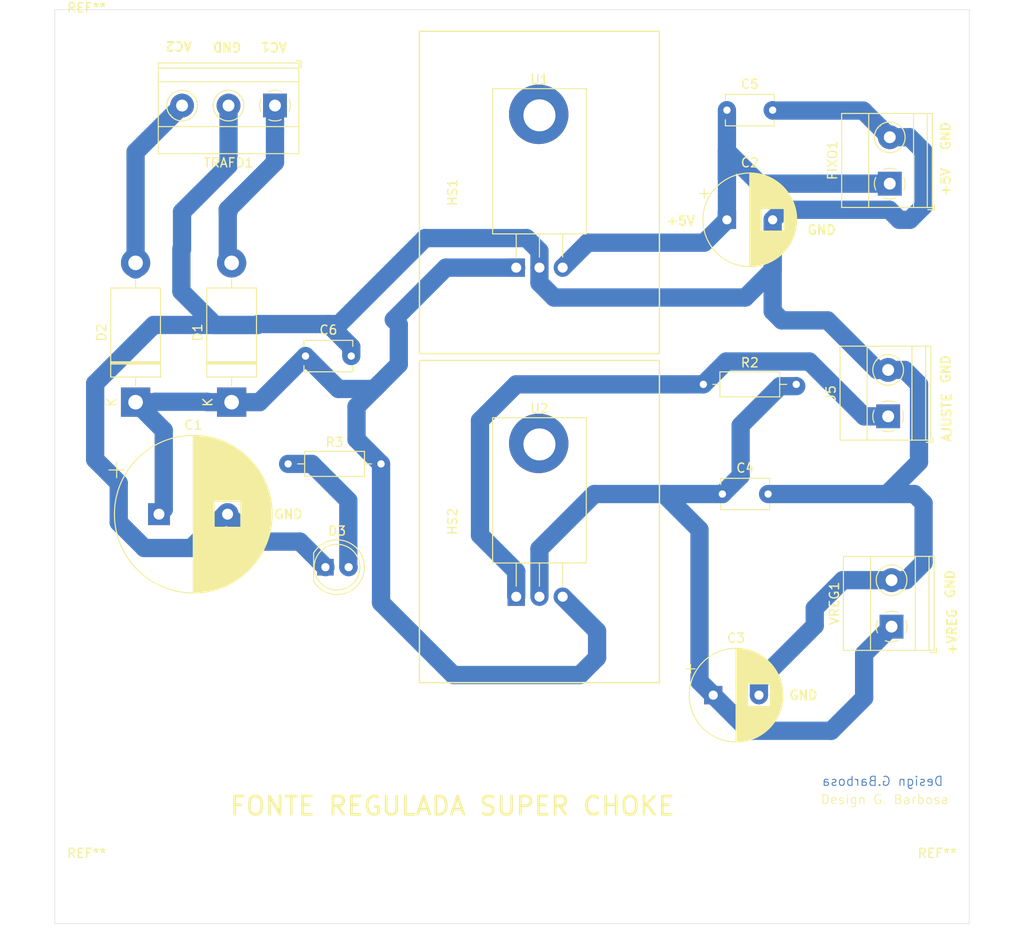
<source format=kicad_pcb>
(kicad_pcb (version 20240108) (generator "pcbnew") (generator_version "8.0")
  (layers (0 "F.Cu" signal) (31 "B.Cu" signal) (34 "B.Paste" user) (35 "F.Paste" user) (36 "B.SilkS" user "B.Silkscreen") (37 "F.SilkS" user "F.Silkscreen") (38 "B.Mask" user) (39 "F.Mask" user) (44 "Edge.Cuts" user))
  (net 0 "")
  (net 1 "GND")
  (net 2 "Net-(D1-K)")
  (net 3 "/+5V")
  (net 4 "/+Vadj")
  (net 5 "Net-(D1-A)")
  (net 6 "Net-(D2-A)")
  (net 7 "Net-(D3-A)")
  (net 8 "Net-(J5-Pin_1)")
  (footprint "Heatsink:Heatsink_35x26mm_1xFixation3mm_Fischer-SK486-35" (layer "F.Cu") (at 203.42 61.46 90)
    (property "Reference" "HS1" (at -8.54 -9.42 90) (layer "F.SilkS"))
    (property "Value" "Heatsink")
    (pad "1" thru_hole circle (at 0 0 90) (size 6.49732 6.49732) (drill 3.0988) (layers "*.Cu" "*.Mask"))
  )
  (footprint "Heatsink:Heatsink_35x26mm_1xFixation3mm_Fischer-SK486-35" (layer "F.Cu") (at 203.42 97.46 90)
    (property "Reference" "HS2" (at -8.54 -9.42 90) (layer "F.SilkS"))
    (property "Value" "Heatsink")
    (pad "1" thru_hole circle (at 0 0 90) (size 6.49732 6.49732) (drill 3.0988) (layers "*.Cu" "*.Mask"))
  )
  (footprint "Resistor_THT:R_Axial_DIN0207_L6.3mm_D2.5mm_P10.16mm_Horizontal" (layer "F.Cu") (at 176.02 99.7)
    (property "Reference" "R3" (at 5.08 -2.37 0) (layer "F.SilkS"))
    (property "Value" "1k2")
    (pad "1" thru_hole circle (at 0 0) (size 1.6 1.6) (drill 0.8) (layers "*.Cu" "*.Mask") (net 7 "Net-(D3-A)"))
    (pad "2" thru_hole oval (at 10.16 0) (size 1.6 1.6) (drill 0.8) (layers "*.Cu" "*.Mask") (net 2 "Net-(D1-K)"))
  )
  (footprint "Capacitor_THT:C_Disc_D5.1mm_W3.2mm_P5.00mm" (layer "F.Cu") (at 177.922449 87.905)
    (property "Reference" "C6" (at 2.5 -2.85 0) (layer "F.SilkS"))
    (property "Value" "100nF/50V")
    (pad "1" thru_hole circle (at 0 0) (size 1.6 1.6) (drill 0.8) (layers "*.Cu" "*.Mask") (net 2 "Net-(D1-K)"))
    (pad "2" thru_hole circle (at 5 0) (size 1.6 1.6) (drill 0.8) (layers "*.Cu" "*.Mask") (net 1 "GND"))
  )
  (footprint "TerminalBlock_Phoenix:TerminalBlock_Phoenix_MKDS-1,5-2-5.08_1x02_P5.08mm_Horizontal" (layer "F.Cu") (at 241.805 69.045 90)
    (property "Reference" "FIXO1" (at 2.54 -6.26 90) (layer "F.SilkS"))
    (property "Value" "Screw_Terminal_01x02")
    (pad "1" thru_hole rect (at 0 0 90) (size 2.6 2.6) (drill 1.3) (layers "*.Cu" "*.Mask") (net 3 "/+5V"))
    (pad "2" thru_hole circle (at 5.08 0 90) (size 2.6 2.6) (drill 1.3) (layers "*.Cu" "*.Mask") (net 1 "GND"))
  )
  (footprint "MountingHole:MountingHole_3.2mm_M3" (layer "F.Cu") (at 247 53.5)
    (property "Reference" "REF**" (hide yes))
    (property "Value" "MountingHole_3.2mm_M3" (hide yes))
    (pad "" np_thru_hole circle (at 0 0) (size 3.2 3.2) (drill 3.2) (layers "*.Cu" "*.Mask"))
  )
  (footprint "Package_TO_SOT_THT:TO-220-3_Horizontal_TabDown" (layer "F.Cu") (at 200.96 78.23)
    (property "Reference" "U1" (at 2.54 -20.58 0) (layer "F.SilkS"))
    (property "Value" "LM7805_TO220")
    (pad "" np_thru_hole oval (at 2.54 -16.66) (size 3.5 3.5) (drill 3.5) (layers "*.Cu" "*.Mask"))
    (pad "1" thru_hole rect (at 0 0) (size 1.905 2) (drill 1.1) (layers "*.Cu" "*.Mask") (net 2 "Net-(D1-K)"))
    (pad "2" thru_hole oval (at 2.54 0) (size 1.905 2) (drill 1.1) (layers "*.Cu" "*.Mask") (net 1 "GND"))
    (pad "3" thru_hole oval (at 5.08 0) (size 1.905 2) (drill 1.1) (layers "*.Cu" "*.Mask") (net 3 "/+5V"))
  )
  (footprint "TerminalBlock_Phoenix:TerminalBlock_Phoenix_MKDS-1,5-2-5.08_1x02_P5.08mm_Horizontal" (layer "F.Cu") (at 242 117.5 90)
    (property "Reference" "VREG1" (at 2.54 -6.26 90) (layer "F.SilkS"))
    (property "Value" "Screw_Terminal_01x02")
    (pad "1" thru_hole rect (at 0 0 90) (size 2.6 2.6) (drill 1.3) (layers "*.Cu" "*.Mask") (net 4 "/+Vadj"))
    (pad "2" thru_hole circle (at 5.08 0 90) (size 2.6 2.6) (drill 1.3) (layers "*.Cu" "*.Mask") (net 1 "GND"))
  )
  (footprint "MountingHole:MountingHole_3.2mm_M3" (layer "F.Cu") (at 247 146.5)
    (property "Reference" "REF**" (at 0 -4.2 0) (layer "F.SilkS"))
    (property "Value" "MountingHole_3.2mm_M3")
    (pad "" np_thru_hole circle (at 0 0) (size 3.2 3.2) (drill 3.2) (layers "*.Cu" "*.Mask"))
  )
  (footprint "LED_THT:LED_D5.0mm" (layer "F.Cu") (at 180.1 111)
    (property "Reference" "D3" (at 1.27 -3.96 0) (layer "F.SilkS"))
    (property "Value" "Vm")
    (pad "1" thru_hole rect (at 0 0) (size 1.8 1.8) (drill 0.9) (layers "*.Cu" "*.Mask") (net 1 "GND"))
    (pad "2" thru_hole circle (at 2.54 0) (size 1.8 1.8) (drill 0.9) (layers "*.Cu" "*.Mask") (net 7 "Net-(D3-A)"))
  )
  (footprint "MountingHole:MountingHole_3.2mm_M3" (layer "F.Cu") (at 154 54)
    (property "Reference" "REF**" (at 0 -4.2 0) (layer "F.SilkS"))
    (property "Value" "MountingHole_3.2mm_M3")
    (pad "" np_thru_hole circle (at 0 0) (size 3.2 3.2) (drill 3.2) (layers "*.Cu" "*.Mask"))
  )
  (footprint "Capacitor_THT:C_Disc_D5.1mm_W3.2mm_P5.00mm" (layer "F.Cu") (at 224 61)
    (property "Reference" "C5" (at 2.5 -2.85 0) (layer "F.SilkS"))
    (property "Value" "100nF/50V")
    (pad "1" thru_hole circle (at 0 0) (size 1.6 1.6) (drill 0.8) (layers "*.Cu" "*.Mask") (net 3 "/+5V"))
    (pad "2" thru_hole circle (at 5 0) (size 1.6 1.6) (drill 0.8) (layers "*.Cu" "*.Mask") (net 1 "GND"))
  )
  (footprint "TerminalBlock_Phoenix:TerminalBlock_Phoenix_MKDS-1,5-3-5.08_1x03_P5.08mm_Horizontal" (layer "F.Cu") (at 174.585 60.5 180)
    (property "Reference" "TRAFD1" (at 5.08 -6.26 0) (layer "F.SilkS"))
    (property "Value" "Screw_Terminal_01x03")
    (pad "1" thru_hole rect (at 0 0 180) (size 2.6 2.6) (drill 1.3) (layers "*.Cu" "*.Mask") (net 5 "Net-(D1-A)"))
    (pad "2" thru_hole circle (at 5.08 0 180) (size 2.6 2.6) (drill 1.3) (layers "*.Cu" "*.Mask") (net 1 "GND"))
    (pad "3" thru_hole circle (at 10.16 0 180) (size 2.6 2.6) (drill 1.3) (layers "*.Cu" "*.Mask") (net 6 "Net-(D2-A)"))
  )
  (footprint "Diode_THT:D_DO-201AD_P15.24mm_Horizontal" (layer "F.Cu") (at 159.342449 92.950101 90)
    (property "Reference" "D2" (at 7.62 -3.72 90) (layer "F.SilkS"))
    (property "Value" "1N5408")
    (fp_text user "K" (at 0 -2.6 90) (layer "F.SilkS"))
    (pad "1" thru_hole rect (at 0 0 90) (size 3.2 3.2) (drill 1.6) (layers "*.Cu" "*.Mask") (net 2 "Net-(D1-K)"))
    (pad "2" thru_hole oval (at 15.24 0 90) (size 3.2 3.2) (drill 1.6) (layers "*.Cu" "*.Mask") (net 6 "Net-(D2-A)"))
  )
  (footprint "Capacitor_THT:CP_Radial_D17.0mm_P7.50mm" (layer "F.Cu") (at 161.9 105.2)
    (property "Reference" "C1" (at 3.75 -9.75 0) (layer "F.SilkS"))
    (property "Value" "2200uF/25V")
    (pad "1" thru_hole rect (at 0 0) (size 2.4 2.4) (drill 1.2) (layers "*.Cu" "*.Mask") (net 2 "Net-(D1-K)"))
    (pad "2" thru_hole circle (at 7.5 0) (size 2.4 2.4) (drill 1.2) (layers "*.Cu" "*.Mask") (net 1 "GND"))
  )
  (footprint "Diode_THT:D_DO-201AD_P15.24mm_Horizontal" (layer "F.Cu") (at 169.842449 92.950101 90)
    (property "Reference" "D1" (at 7.62 -3.72 90) (layer "F.SilkS"))
    (property "Value" "1N5408")
    (fp_text user "K" (at 0 -2.6 90) (layer "F.SilkS"))
    (pad "1" thru_hole rect (at 0 0 90) (size 3.2 3.2) (drill 1.6) (layers "*.Cu" "*.Mask") (net 2 "Net-(D1-K)"))
    (pad "2" thru_hole oval (at 15.24 0 90) (size 3.2 3.2) (drill 1.6) (layers "*.Cu" "*.Mask") (net 5 "Net-(D1-A)"))
  )
  (footprint "TerminalBlock_Phoenix:TerminalBlock_Phoenix_MKDS-1,5-2-5.08_1x02_P5.08mm_Horizontal" (layer "F.Cu") (at 241.63 94.5 90)
    (property "Reference" "J5" (at 2.54 -6.26 90) (layer "F.SilkS"))
    (property "Value" "Screw_Terminal_01x02")
    (pad "1" thru_hole rect (at 0 0 90) (size 2.6 2.6) (drill 1.3) (layers "*.Cu" "*.Mask") (net 8 "Net-(J5-Pin_1)"))
    (pad "2" thru_hole circle (at 5.08 0 90) (size 2.6 2.6) (drill 1.3) (layers "*.Cu" "*.Mask") (net 1 "GND"))
  )
  (footprint "Resistor_THT:R_Axial_DIN0207_L6.3mm_D2.5mm_P10.16mm_Horizontal" (layer "F.Cu") (at 221.42 91)
    (property "Reference" "R2" (at 5.08 -2.37 0) (layer "F.SilkS"))
    (property "Value" "220R")
    (pad "1" thru_hole circle (at 0 0) (size 1.6 1.6) (drill 0.8) (layers "*.Cu" "*.Mask") (net 8 "Net-(J5-Pin_1)"))
    (pad "2" thru_hole oval (at 10.16 0) (size 1.6 1.6) (drill 0.8) (layers "*.Cu" "*.Mask") (net 4 "/+Vadj"))
  )
  (footprint "Capacitor_THT:CP_Radial_D10.0mm_P5.00mm" (layer "F.Cu") (at 222.5 125)
    (property "Reference" "C3" (at 2.5 -6.25 0) (layer "F.SilkS"))
    (property "Value" "1000uF/25V")
    (pad "1" thru_hole rect (at 0 0) (size 2 2) (drill 1) (layers "*.Cu" "*.Mask") (net 4 "/+Vadj"))
    (pad "2" thru_hole circle (at 5 0) (size 2 2) (drill 1) (layers "*.Cu" "*.Mask") (net 1 "GND"))
  )
  (footprint "Capacitor_THT:C_Disc_D5.1mm_W3.2mm_P5.00mm" (layer "F.Cu") (at 223.5 103)
    (property "Reference" "C4" (at 2.5 -2.85 0) (layer "F.SilkS"))
    (property "Value" "100nF/50V")
    (pad "1" thru_hole circle (at 0 0) (size 1.6 1.6) (drill 0.8) (layers "*.Cu" "*.Mask") (net 4 "/+Vadj"))
    (pad "2" thru_hole circle (at 5 0) (size 1.6 1.6) (drill 0.8) (layers "*.Cu" "*.Mask") (net 1 "GND"))
  )
  (footprint "Capacitor_THT:CP_Radial_D10.0mm_P5.00mm" (layer "F.Cu") (at 224 73)
    (property "Reference" "C2" (at 2.5 -6.25 0) (layer "F.SilkS"))
    (property "Value" "1000uF/25V")
    (pad "1" thru_hole rect (at 0 0) (size 2 2) (drill 1) (layers "*.Cu" "*.Mask") (net 3 "/+5V"))
    (pad "2" thru_hole circle (at 5 0) (size 2 2) (drill 1) (layers "*.Cu" "*.Mask") (net 1 "GND"))
  )
  (footprint "Package_TO_SOT_THT:TO-220-3_Horizontal_TabDown" (layer "F.Cu") (at 200.96 114.23)
    (property "Reference" "U2" (at 2.54 -20.58 0) (layer "F.SilkS"))
    (property "Value" "LM317_TO-220")
    (pad "" np_thru_hole oval (at 2.54 -16.66) (size 3.5 3.5) (drill 3.5) (layers "*.Cu" "*.Mask"))
    (pad "1" thru_hole rect (at 0 0) (size 1.905 2) (drill 1.1) (layers "*.Cu" "*.Mask") (net 8 "Net-(J5-Pin_1)"))
    (pad "2" thru_hole oval (at 2.54 0) (size 1.905 2) (drill 1.1) (layers "*.Cu" "*.Mask") (net 4 "/+Vadj"))
    (pad "3" thru_hole oval (at 5.08 0) (size 1.905 2) (drill 1.1) (layers "*.Cu" "*.Mask") (net 2 "Net-(D1-K)"))
  )
  (footprint "MountingHole:MountingHole_3.2mm_M3" (layer "F.Cu") (at 154 146.5)
    (property "Reference" "REF**" (at 0 -4.2 0) (layer "F.SilkS"))
    (property "Value" "MountingHole_3.2mm_M3")
    (pad "" np_thru_hole circle (at 0 0) (size 3.2 3.2) (drill 3.2) (layers "*.Cu" "*.Mask"))
  )
  (gr_rect (start 150.5 50) (end 250.5 150) (stroke (width 0.05)) (fill none) (layer "Edge.Cuts"))
  (gr_text "Design G.Barbosa " (at 247.7 135 0) (layer "B.Cu") (effects (font (size 1 1) (thickness 0.1)) (justify left bottom mirror)))
  (gr_text "GND\n" (at 174.4 105.8 0) (layer "F.SilkS") (effects (font (size 1 1) (thickness 0.2) (bold yes)) (justify left bottom)))
  (gr_text "+5V\n\n" (at 217.3 75.3 0) (layer "F.SilkS") (effects (font (size 1 1) (thickness 0.2) (bold yes)) (justify left bottom)))
  (gr_text "AC1\n" (at 176 53.5 180) (layer "F.SilkS") (effects (font (size 1 1) (thickness 0.2) (bold yes)) (justify left bottom)))
  (gr_text "AC2\n\n" (at 165.6 51.8 180) (layer "F.SilkS") (effects (font (size 1 1) (thickness 0.2) (bold yes)) (justify left bottom)))
  (gr_text "GND" (at 171 53.5 180) (layer "F.SilkS") (effects (font (size 1 1) (thickness 0.2) (bold yes)) (justify left bottom)))
  (gr_text "+5V\n" (at 248.5 70.5 90) (layer "F.SilkS") (effects (font (size 1 1) (thickness 0.2) (bold yes)) (justify left bottom)))
  (gr_text "AJUSTE\n" (at 248.6 97.4 90) (layer "F.SilkS") (effects (font (size 1 1) (thickness 0.2) (bold yes)) (justify left bottom)))
  (gr_text "GND\n" (at 230.7 125.6 0) (layer "F.SilkS") (effects (font (size 1 1) (thickness 0.2) (bold yes)) (justify left bottom)))
  (gr_text "GND\n" (at 232.7 74.7 0) (layer "F.SilkS") (effects (font (size 1 1) (thickness 0.2) (bold yes)) (justify left bottom)))
  (gr_text "+VREG\n" (at 249.2 120.7 90) (layer "F.SilkS") (effects (font (size 1 1) (thickness 0.2) (bold yes)) (justify left bottom)))
  (gr_text "Design G. Barbosa " (at 234.2 137 0) (layer "F.SilkS") (effects (font (size 1 1) (thickness 0.1)) (justify left bottom)))
  (gr_text "GND\n" (at 249 114.5 90) (layer "F.SilkS") (effects (font (size 1 1) (thickness 0.2) (bold yes)) (justify left bottom)))
  (gr_text "FONTE REGULADA SUPER CHOKE" (at 169.5 138.3 0) (layer "F.SilkS") (effects (font (size 2 2) (thickness 0.3)) (justify left bottom)))
  (gr_text "GND\n" (at 248.5 91 90) (layer "F.SilkS") (effects (font (size 1 1) (thickness 0.2) (bold yes)) (justify left bottom)))
  (gr_text "GND" (at 248.5 65.5 90) (layer "F.SilkS") (effects (font (size 1 1) (thickness 0.2) (bold yes)) (justify left bottom)))
  (segment (start 168.017449 84.5) (end 172.67255 84.5) (width 2) (layer "B.Cu") (net 1))
  (segment (start 202.0825 75) (end 203.5 76.4175) (width 2) (layer "B.Cu") (net 1))
  (segment (start 227.5 125) (end 227.5 123.5) (width 2) (layer "B.Cu") (net 1))
  (segment (start 191 75) (end 202.0825 75) (width 2) (layer "B.Cu") (net 1))
  (segment (start 243.42 89.42) (end 241.63 89.42) (width 2) (layer "B.Cu") (net 1))
  (segment (start 157.5 101.8) (end 154.922449 99.222449) (width 2) (layer "B.Cu") (net 1))
  (segment (start 245.5 110.5) (end 245.5 104) (width 2) (layer "B.Cu") (net 1))
  (segment (start 245.5 71.5) (end 245.5 65.5) (width 2) (layer "B.Cu") (net 1))
  (segment (start 172.67255 84.5) (end 172.76755 84.405) (width 2) (layer "B.Cu") (net 1))
  (segment (start 161.327449 84.5) (end 172.67255 84.5) (width 2) (layer "B.Cu") (net 1))
  (segment (start 227.5 123.5) (end 233.6 117.4) (width 2) (layer "B.Cu") (net 1))
  (segment (start 164.347449 80.83) (end 168.017449 84.5) (width 2) (layer "B.Cu") (net 1))
  (segment (start 244 73) (end 245.5 71.5) (width 2) (layer "B.Cu") (net 1))
  (segment (start 180.422449 84.405) (end 181.595 84.405) (width 2) (layer "B.Cu") (net 1))
  (segment (start 241.63 89.42) (end 240.42 89.42) (width 2) (layer "B.Cu") (net 1))
  (segment (start 238.885 61.045) (end 241.805 63.965) (width 2) (layer "B.Cu") (net 1))
  (segment (start 245.5 104) (end 244.5 103) (width 2) (layer "B.Cu") (net 1))
  (segment (start 180.1 111) (end 177.3 108.2) (width 2) (layer "B.Cu") (net 1))
  (segment (start 229 74.66) (end 229 73) (width 2) (layer "B.Cu") (net 1))
  (segment (start 233.6 117.4) (end 233.6 115.5) (width 2) (layer "B.Cu") (net 1))
  (segment (start 245 99.5) (end 245 91) (width 2) (layer "B.Cu") (net 1))
  (segment (start 241.5 103) (end 245 99.5) (width 2) (layer "B.Cu") (net 1))
  (segment (start 242 112.42) (end 243.58 112.42) (width 2) (layer "B.Cu") (net 1))
  (segment (start 229.045 61.045) (end 238.885 61.045) (width 2) (layer "B.Cu") (net 1))
  (segment (start 181.595 84.405) (end 191 75) (width 2) (layer "B.Cu") (net 1))
  (segment (start 172.76755 84.405) (end 180.422449 84.405) (width 2) (layer "B.Cu") (net 1))
  (segment (start 164.422449 72.135101) (end 169.505 67.05255) (width 2) (layer "B.Cu") (net 1))
  (segment (start 233.6 115.5) (end 236.68 112.42) (width 2) (layer "B.Cu") (net 1))
  (segment (start 229 83) (end 229 74.66) (width 2) (layer "B.Cu") (net 1))
  (segment (start 243.58 112.42) (end 245.5 110.5) (width 2) (layer "B.Cu") (net 1))
  (segment (start 203.5 79.9) (end 203.5 78.23) (width 2) (layer "B.Cu") (net 1))
  (segment (start 229 61) (end 229.045 61.045) (width 2) (layer "B.Cu") (net 1))
  (segment (start 241.75 71.9) (end 242.85 73) (width 2) (layer "B.Cu") (net 1))
  (segment (start 235 84) (end 230 84) (width 2) (layer "B.Cu") (net 1))
  (segment (start 203.5 76.4175) (end 203.5 78.23) (width 2) (layer "B.Cu") (net 1))
  (segment (start 243.965 63.965) (end 241.805 63.965) (width 2) (layer "B.Cu") (net 1))
  (segment (start 229 73) (end 230.1 71.9) (width 2) (layer "B.Cu") (net 1))
  (segment (start 169.505 67.05255) (end 169.505 60.5) (width 2) (layer "B.Cu") (net 1))
  (segment (start 154.922449 99.222449) (end 154.922449 90.905) (width 2) (layer "B.Cu") (net 1))
  (segment (start 240.42 89.42) (end 235 84) (width 2) (layer "B.Cu") (net 1))
  (segment (start 177.3 108.2) (end 172.4 108.2) (width 2) (layer "B.Cu") (net 1))
  (segment (start 169.4 105.2) (end 169.127449 105.2) (width 2) (layer "B.Cu") (net 1))
  (segment (start 180.422449 84.405) (end 182.922449 86.905) (width 2) (layer "B.Cu") (net 1))
  (segment (start 164.347449 76.174899) (end 164.347449 80.83) (width 2) (layer "B.Cu") (net 1))
  (segment (start 154.922449 90.905) (end 161.327449 84.5) (width 2) (layer "B.Cu") (net 1))
  (segment (start 157.5 106.1) (end 157.5 101.8) (width 2) (layer "B.Cu") (net 1))
  (segment (start 182.922449 86.905) (end 182.922449 87.905) (width 2) (layer "B.Cu") (net 1))
  (segment (start 245.5 65.5) (end 243.965 63.965) (width 2) (layer "B.Cu") (net 1))
  (segment (start 244.5 103) (end 228.5 103) (width 2) (layer "B.Cu") (net 1))
  (segment (start 205.1 81.5) (end 203.5 79.9) (width 2) (layer "B.Cu") (net 1))
  (segment (start 230.1 71.9) (end 241.75 71.9) (width 2) (layer "B.Cu") (net 1))
  (segment (start 230 84) (end 229 83) (width 2) (layer "B.Cu") (net 1))
  (segment (start 245 91) (end 243.42 89.42) (width 2) (layer "B.Cu") (net 1))
  (segment (start 166.528775 70.028775) (end 164.422449 72.135101) (width 2) (layer "B.Cu") (net 1))
  (segment (start 226 81.5) (end 205.1 81.5) (width 2) (layer "B.Cu") (net 1))
  (segment (start 242.85 73) (end 244 73) (width 2) (layer "B.Cu") (net 1))
  (segment (start 172.4 108.2) (end 169.4 105.2) (width 2) (layer "B.Cu") (net 1))
  (segment (start 160.305 108.905) (end 157.5 106.1) (width 2) (layer "B.Cu") (net 1))
  (segment (start 229 78.5) (end 226 81.5) (width 2) (layer "B.Cu") (net 1))
  (segment (start 169.127449 105.2) (end 165.422449 108.905) (width 2) (layer "B.Cu") (net 1))
  (segment (start 165.422449 108.905) (end 160.305 108.905) (width 2) (layer "B.Cu") (net 1))
  (segment (start 236.68 112.42) (end 242 112.42) (width 2) (layer "B.Cu") (net 1))
  (segment (start 229 74.66) (end 229 78.5) (width 2) (layer "B.Cu") (net 1))
  (segment (start 164.422449 72.135101) (end 164.422449 76.249898) (width 2) (layer "B.Cu") (net 1))
  (segment (start 172.877348 92.950101) (end 177.922449 87.905) (width 2) (layer "B.Cu") (net 2))
  (segment (start 188.122449 88.81627) (end 185.969359 90.969359) (width 2) (layer "B.Cu") (net 2))
  (segment (start 159.342449 92.950101) (end 162.422449 96.030101) (width 2) (layer "B.Cu") (net 2))
  (segment (start 167.222449 92.950101) (end 169.842449 92.950101) (width 2) (layer "B.Cu") (net 2))
  (segment (start 186.18 99.7) (end 184.677551 98.197551) (width 2) (layer "B.Cu") (net 2))
  (segment (start 167.177348 92.905) (end 167.222449 92.950101) (width 2) (layer "B.Cu") (net 2))
  (segment (start 188.122449 84.462449) (end 188.122449 88.81627) (width 2) (layer "B.Cu") (net 2))
  (segment (start 186.18 114.88) (end 186.18 99.7) (width 2) (layer "B.Cu") (net 2))
  (segment (start 185.969359 90.969359) (end 185.438719 91.5) (width 2) (layer "B.Cu") (net 2))
  (segment (start 161.462449 92.950101) (end 161.50755 92.905) (width 2) (layer "B.Cu") (net 2))
  (segment (start 169.842449 92.950101) (end 172.877348 92.950101) (width 2) (layer "B.Cu") (net 2))
  (segment (start 161.50755 92.905) (end 167.177348 92.905) (width 2) (layer "B.Cu") (net 2))
  (segment (start 185.438719 91.5) (end 181.517449 91.5) (width 2) (layer "B.Cu") (net 2))
  (segment (start 183.5 93.438718) (end 185.969359 90.969359) (width 2) (layer "B.Cu") (net 2))
  (segment (start 200.96 78.23) (end 193.27 78.23) (width 2) (layer "B.Cu") (net 2))
  (segment (start 162.422449 96.030101) (end 162.422449 104.677551) (width 2) (layer "B.Cu") (net 2))
  (segment (start 183.5 97.02) (end 183.5 93.438718) (width 2) (layer "B.Cu") (net 2))
  (segment (start 159.342449 92.950101) (end 161.462449 92.950101) (width 2) (layer "B.Cu") (net 2))
  (segment (start 209.8 117.99) (end 209.8 120.9) (width 2) (layer "B.Cu") (net 2))
  (segment (start 184.677551 98.197551) (end 183.5 97.02) (width 2) (layer "B.Cu") (net 2))
  (segment (start 193.27 78.23) (end 187.58 83.92) (width 2) (layer "B.Cu") (net 2))
  (segment (start 194.1 122.8) (end 186.18 114.88) (width 2) (layer "B.Cu") (net 2))
  (segment (start 206.04 114.23) (end 209.8 117.99) (width 2) (layer "B.Cu") (net 2))
  (segment (start 207.9 122.8) (end 194.1 122.8) (width 2) (layer "B.Cu") (net 2))
  (segment (start 162.422449 104.677551) (end 161.9 105.2) (width 2) (layer "B.Cu") (net 2))
  (segment (start 181.517449 91.5) (end 177.922449 87.905) (width 2) (layer "B.Cu") (net 2))
  (segment (start 187.58 83.92) (end 188.122449 84.462449) (width 2) (layer "B.Cu") (net 2))
  (segment (start 209.8 120.9) (end 207.9 122.8) (width 2) (layer "B.Cu") (net 2))
  (segment (start 227.545 69.045) (end 224 65.5) (width 2) (layer "B.Cu") (net 3))
  (segment (start 224 73) (end 221.5 75.5) (width 2) (layer "B.Cu") (net 3))
  (segment (start 221.5 75.5) (end 208.769999 75.5) (width 2) (layer "B.Cu") (net 3))
  (segment (start 208.769999 75.5) (end 206.049837 78.220162) (width 2) (layer "B.Cu") (net 3))
  (segment (start 241.805 69.045) (end 227.545 69.045) (width 2) (layer "B.Cu") (net 3))
  (segment (start 224 65.5) (end 224 68.5) (width 2) (layer "B.Cu") (net 3))
  (segment (start 224 73) (end 224 68.5) (width 2) (layer "B.Cu") (net 3))
  (segment (start 224 68.5) (end 224 61) (width 2) (layer "B.Cu") (net 3))
  (segment (start 222.5 125) (end 221 123.5) (width 2) (layer "B.Cu") (net 4))
  (segment (start 235.4 128.9) (end 226.4 128.9) (width 2) (layer "B.Cu") (net 4))
  (segment (start 203.5 114.23) (end 203.5 109) (width 2) (layer "B.Cu") (net 4))
  (segment (start 229.8 91.2) (end 231.58 91.2) (width 2) (layer "B.Cu") (net 4))
  (segment (start 239 125.3) (end 235.4 128.9) (width 2) (layer "B.Cu") (net 4))
  (segment (start 226.4 128.9) (end 222.5 125) (width 2) (layer "B.Cu") (net 4))
  (segment (start 225.5 101) (end 225.5 95.5) (width 2) (layer "B.Cu") (net 4))
  (segment (start 221 106.9) (end 217.1 103) (width 2) (layer "B.Cu") (net 4))
  (segment (start 209.5 103) (end 223.5 103) (width 2) (layer "B.Cu") (net 4))
  (segment (start 221 123.5) (end 221 106.9) (width 2) (layer "B.Cu") (net 4))
  (segment (start 242 117.5) (end 239 120.5) (width 2) (layer "B.Cu") (net 4))
  (segment (start 223.5 103) (end 225.5 101) (width 2) (layer "B.Cu") (net 4))
  (segment (start 239 120.5) (end 239 125.3) (width 2) (layer "B.Cu") (net 4))
  (segment (start 203.5 109) (end 209.5 103) (width 2) (layer "B.Cu") (net 4))
  (segment (start 225.5 95.5) (end 229.8 91.2) (width 2) (layer "B.Cu") (net 4))
  (segment (start 174.585 66.72) (end 174.585 60.5) (width 2) (layer "B.Cu") (net 5))
  (segment (start 169.842449 77.710101) (end 169.422449 77.290101) (width 2) (layer "B.Cu") (net 5))
  (segment (start 169.422449 72.215101) (end 169.422449 71.882551) (width 2) (layer "B.Cu") (net 5))
  (segment (start 169.422449 77.290101) (end 169.422449 71.882552) (width 2) (layer "B.Cu") (net 5))
  (segment (start 169.422449 72.215101) (end 169.502449 72.135101) (width 2) (layer "B.Cu") (net 5))
  (segment (start 169.422449 71.882551) (end 174.585 66.72) (width 2) (layer "B.Cu") (net 5))
  (segment (start 169.422449 71.882552) (end 170.94745 70.357551) (width 2) (layer "B.Cu") (net 5))
  (segment (start 159.342449 78.440101) (end 159.342449 65.582551) (width 2) (layer "B.Cu") (net 6))
  (segment (start 159.342449 65.582551) (end 160.9625 63.9625) (width 2) (layer "B.Cu") (net 6))
  (segment (start 159.267449 77.635101) (end 159.342449 77.710101) (width 2) (layer "B.Cu") (net 6))
  (segment (start 159.342449 65.582551) (end 164.425 60.5) (width 2) (layer "B.Cu") (net 6))
  (segment (start 182.6 110.96) (end 182.64 111) (width 2) (layer "B.Cu") (net 7))
  (segment (start 176.02 99.7) (end 178.6 99.7) (width 2) (layer "B.Cu") (net 7))
  (segment (start 178.6 99.7) (end 182.6 103.7) (width 2) (layer "B.Cu") (net 7))
  (segment (start 182.6 103.7) (end 182.6 110.96) (width 2) (layer "B.Cu") (net 7))
  (segment (start 239 94.5) (end 241.63 94.5) (width 2) (layer "B.Cu") (net 8))
  (segment (start 197 107.5) (end 197 94.96) (width 2) (layer "B.Cu") (net 8))
  (segment (start 233 88.5) (end 239 94.5) (width 2) (layer "B.Cu") (net 8))
  (segment (start 200.96 111.46) (end 197 107.5) (width 2) (layer "B.Cu") (net 8))
  (segment (start 200.96 114.23) (end 200.96 111.46) (width 2) (layer "B.Cu") (net 8))
  (segment (start 223.92 88.5) (end 233 88.5) (width 2) (layer "B.Cu") (net 8))
  (segment (start 200.96 91) (end 221.42 91) (width 2) (layer "B.Cu") (net 8))
  (segment (start 197 94.96) (end 200.96 91) (width 2) (layer "B.Cu") (net 8))
  (segment (start 221.42 91) (end 223.92 88.5) (width 2) (layer "B.Cu") (net 8))
)
</source>
